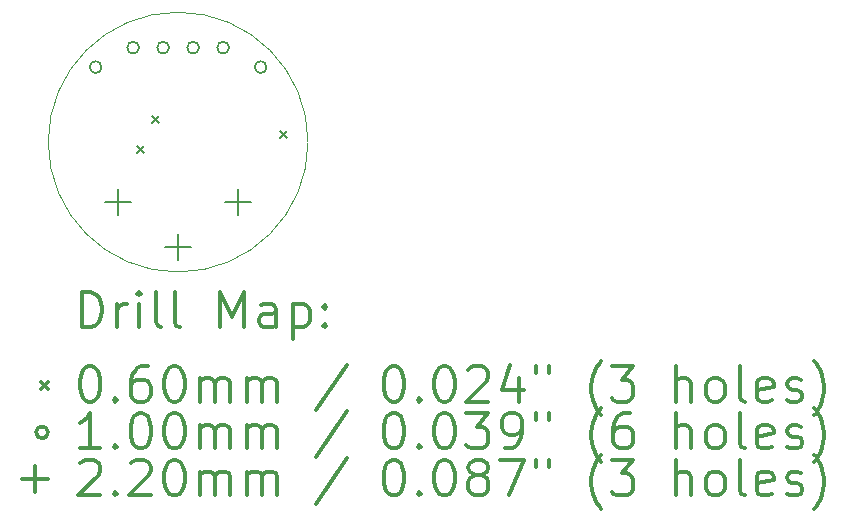
<source format=gbr>
%FSLAX45Y45*%
G04 Gerber Fmt 4.5, Leading zero omitted, Abs format (unit mm)*
G04 Created by KiCad (PCBNEW (5.1.5)-3) date 2020-03-15 09:50:17*
%MOMM*%
%LPD*%
G04 APERTURE LIST*
%TA.AperFunction,Profile*%
%ADD10C,0.050000*%
%TD*%
%ADD11C,0.200000*%
%ADD12C,0.300000*%
G04 APERTURE END LIST*
D10*
X16340000Y-10287000D02*
G75*
G03X16340000Y-10287000I-1100000J0D01*
G01*
D11*
X14892500Y-10320500D02*
X14952500Y-10380500D01*
X14952500Y-10320500D02*
X14892500Y-10380500D01*
X15019500Y-10062500D02*
X15079500Y-10122500D01*
X15079500Y-10062500D02*
X15019500Y-10122500D01*
X16099000Y-10193500D02*
X16159000Y-10253500D01*
X16159000Y-10193500D02*
X16099000Y-10253500D01*
X14591500Y-9652000D02*
G75*
G03X14591500Y-9652000I-50000J0D01*
G01*
X14909000Y-9487000D02*
G75*
G03X14909000Y-9487000I-50000J0D01*
G01*
X15163000Y-9487000D02*
G75*
G03X15163000Y-9487000I-50000J0D01*
G01*
X15417000Y-9487000D02*
G75*
G03X15417000Y-9487000I-50000J0D01*
G01*
X15671000Y-9487000D02*
G75*
G03X15671000Y-9487000I-50000J0D01*
G01*
X15988500Y-9652000D02*
G75*
G03X15988500Y-9652000I-50000J0D01*
G01*
X14732000Y-10685000D02*
X14732000Y-10905000D01*
X14622000Y-10795000D02*
X14842000Y-10795000D01*
X15748000Y-10685000D02*
X15748000Y-10905000D01*
X15638000Y-10795000D02*
X15858000Y-10795000D01*
X15240000Y-11066000D02*
X15240000Y-11286000D01*
X15130000Y-11176000D02*
X15350000Y-11176000D01*
D12*
X14423928Y-11855214D02*
X14423928Y-11555214D01*
X14495357Y-11555214D01*
X14538214Y-11569500D01*
X14566786Y-11598071D01*
X14581071Y-11626643D01*
X14595357Y-11683786D01*
X14595357Y-11726643D01*
X14581071Y-11783786D01*
X14566786Y-11812357D01*
X14538214Y-11840929D01*
X14495357Y-11855214D01*
X14423928Y-11855214D01*
X14723928Y-11855214D02*
X14723928Y-11655214D01*
X14723928Y-11712357D02*
X14738214Y-11683786D01*
X14752500Y-11669500D01*
X14781071Y-11655214D01*
X14809643Y-11655214D01*
X14909643Y-11855214D02*
X14909643Y-11655214D01*
X14909643Y-11555214D02*
X14895357Y-11569500D01*
X14909643Y-11583786D01*
X14923928Y-11569500D01*
X14909643Y-11555214D01*
X14909643Y-11583786D01*
X15095357Y-11855214D02*
X15066786Y-11840929D01*
X15052500Y-11812357D01*
X15052500Y-11555214D01*
X15252500Y-11855214D02*
X15223928Y-11840929D01*
X15209643Y-11812357D01*
X15209643Y-11555214D01*
X15595357Y-11855214D02*
X15595357Y-11555214D01*
X15695357Y-11769500D01*
X15795357Y-11555214D01*
X15795357Y-11855214D01*
X16066786Y-11855214D02*
X16066786Y-11698071D01*
X16052500Y-11669500D01*
X16023928Y-11655214D01*
X15966786Y-11655214D01*
X15938214Y-11669500D01*
X16066786Y-11840929D02*
X16038214Y-11855214D01*
X15966786Y-11855214D01*
X15938214Y-11840929D01*
X15923928Y-11812357D01*
X15923928Y-11783786D01*
X15938214Y-11755214D01*
X15966786Y-11740929D01*
X16038214Y-11740929D01*
X16066786Y-11726643D01*
X16209643Y-11655214D02*
X16209643Y-11955214D01*
X16209643Y-11669500D02*
X16238214Y-11655214D01*
X16295357Y-11655214D01*
X16323928Y-11669500D01*
X16338214Y-11683786D01*
X16352500Y-11712357D01*
X16352500Y-11798071D01*
X16338214Y-11826643D01*
X16323928Y-11840929D01*
X16295357Y-11855214D01*
X16238214Y-11855214D01*
X16209643Y-11840929D01*
X16481071Y-11826643D02*
X16495357Y-11840929D01*
X16481071Y-11855214D01*
X16466786Y-11840929D01*
X16481071Y-11826643D01*
X16481071Y-11855214D01*
X16481071Y-11669500D02*
X16495357Y-11683786D01*
X16481071Y-11698071D01*
X16466786Y-11683786D01*
X16481071Y-11669500D01*
X16481071Y-11698071D01*
X14077500Y-12319500D02*
X14137500Y-12379500D01*
X14137500Y-12319500D02*
X14077500Y-12379500D01*
X14481071Y-12185214D02*
X14509643Y-12185214D01*
X14538214Y-12199500D01*
X14552500Y-12213786D01*
X14566786Y-12242357D01*
X14581071Y-12299500D01*
X14581071Y-12370929D01*
X14566786Y-12428071D01*
X14552500Y-12456643D01*
X14538214Y-12470929D01*
X14509643Y-12485214D01*
X14481071Y-12485214D01*
X14452500Y-12470929D01*
X14438214Y-12456643D01*
X14423928Y-12428071D01*
X14409643Y-12370929D01*
X14409643Y-12299500D01*
X14423928Y-12242357D01*
X14438214Y-12213786D01*
X14452500Y-12199500D01*
X14481071Y-12185214D01*
X14709643Y-12456643D02*
X14723928Y-12470929D01*
X14709643Y-12485214D01*
X14695357Y-12470929D01*
X14709643Y-12456643D01*
X14709643Y-12485214D01*
X14981071Y-12185214D02*
X14923928Y-12185214D01*
X14895357Y-12199500D01*
X14881071Y-12213786D01*
X14852500Y-12256643D01*
X14838214Y-12313786D01*
X14838214Y-12428071D01*
X14852500Y-12456643D01*
X14866786Y-12470929D01*
X14895357Y-12485214D01*
X14952500Y-12485214D01*
X14981071Y-12470929D01*
X14995357Y-12456643D01*
X15009643Y-12428071D01*
X15009643Y-12356643D01*
X14995357Y-12328071D01*
X14981071Y-12313786D01*
X14952500Y-12299500D01*
X14895357Y-12299500D01*
X14866786Y-12313786D01*
X14852500Y-12328071D01*
X14838214Y-12356643D01*
X15195357Y-12185214D02*
X15223928Y-12185214D01*
X15252500Y-12199500D01*
X15266786Y-12213786D01*
X15281071Y-12242357D01*
X15295357Y-12299500D01*
X15295357Y-12370929D01*
X15281071Y-12428071D01*
X15266786Y-12456643D01*
X15252500Y-12470929D01*
X15223928Y-12485214D01*
X15195357Y-12485214D01*
X15166786Y-12470929D01*
X15152500Y-12456643D01*
X15138214Y-12428071D01*
X15123928Y-12370929D01*
X15123928Y-12299500D01*
X15138214Y-12242357D01*
X15152500Y-12213786D01*
X15166786Y-12199500D01*
X15195357Y-12185214D01*
X15423928Y-12485214D02*
X15423928Y-12285214D01*
X15423928Y-12313786D02*
X15438214Y-12299500D01*
X15466786Y-12285214D01*
X15509643Y-12285214D01*
X15538214Y-12299500D01*
X15552500Y-12328071D01*
X15552500Y-12485214D01*
X15552500Y-12328071D02*
X15566786Y-12299500D01*
X15595357Y-12285214D01*
X15638214Y-12285214D01*
X15666786Y-12299500D01*
X15681071Y-12328071D01*
X15681071Y-12485214D01*
X15823928Y-12485214D02*
X15823928Y-12285214D01*
X15823928Y-12313786D02*
X15838214Y-12299500D01*
X15866786Y-12285214D01*
X15909643Y-12285214D01*
X15938214Y-12299500D01*
X15952500Y-12328071D01*
X15952500Y-12485214D01*
X15952500Y-12328071D02*
X15966786Y-12299500D01*
X15995357Y-12285214D01*
X16038214Y-12285214D01*
X16066786Y-12299500D01*
X16081071Y-12328071D01*
X16081071Y-12485214D01*
X16666786Y-12170929D02*
X16409643Y-12556643D01*
X17052500Y-12185214D02*
X17081071Y-12185214D01*
X17109643Y-12199500D01*
X17123928Y-12213786D01*
X17138214Y-12242357D01*
X17152500Y-12299500D01*
X17152500Y-12370929D01*
X17138214Y-12428071D01*
X17123928Y-12456643D01*
X17109643Y-12470929D01*
X17081071Y-12485214D01*
X17052500Y-12485214D01*
X17023928Y-12470929D01*
X17009643Y-12456643D01*
X16995357Y-12428071D01*
X16981071Y-12370929D01*
X16981071Y-12299500D01*
X16995357Y-12242357D01*
X17009643Y-12213786D01*
X17023928Y-12199500D01*
X17052500Y-12185214D01*
X17281071Y-12456643D02*
X17295357Y-12470929D01*
X17281071Y-12485214D01*
X17266786Y-12470929D01*
X17281071Y-12456643D01*
X17281071Y-12485214D01*
X17481071Y-12185214D02*
X17509643Y-12185214D01*
X17538214Y-12199500D01*
X17552500Y-12213786D01*
X17566786Y-12242357D01*
X17581071Y-12299500D01*
X17581071Y-12370929D01*
X17566786Y-12428071D01*
X17552500Y-12456643D01*
X17538214Y-12470929D01*
X17509643Y-12485214D01*
X17481071Y-12485214D01*
X17452500Y-12470929D01*
X17438214Y-12456643D01*
X17423928Y-12428071D01*
X17409643Y-12370929D01*
X17409643Y-12299500D01*
X17423928Y-12242357D01*
X17438214Y-12213786D01*
X17452500Y-12199500D01*
X17481071Y-12185214D01*
X17695357Y-12213786D02*
X17709643Y-12199500D01*
X17738214Y-12185214D01*
X17809643Y-12185214D01*
X17838214Y-12199500D01*
X17852500Y-12213786D01*
X17866786Y-12242357D01*
X17866786Y-12270929D01*
X17852500Y-12313786D01*
X17681071Y-12485214D01*
X17866786Y-12485214D01*
X18123928Y-12285214D02*
X18123928Y-12485214D01*
X18052500Y-12170929D02*
X17981071Y-12385214D01*
X18166786Y-12385214D01*
X18266786Y-12185214D02*
X18266786Y-12242357D01*
X18381071Y-12185214D02*
X18381071Y-12242357D01*
X18823928Y-12599500D02*
X18809643Y-12585214D01*
X18781071Y-12542357D01*
X18766786Y-12513786D01*
X18752500Y-12470929D01*
X18738214Y-12399500D01*
X18738214Y-12342357D01*
X18752500Y-12270929D01*
X18766786Y-12228071D01*
X18781071Y-12199500D01*
X18809643Y-12156643D01*
X18823928Y-12142357D01*
X18909643Y-12185214D02*
X19095357Y-12185214D01*
X18995357Y-12299500D01*
X19038214Y-12299500D01*
X19066786Y-12313786D01*
X19081071Y-12328071D01*
X19095357Y-12356643D01*
X19095357Y-12428071D01*
X19081071Y-12456643D01*
X19066786Y-12470929D01*
X19038214Y-12485214D01*
X18952500Y-12485214D01*
X18923928Y-12470929D01*
X18909643Y-12456643D01*
X19452500Y-12485214D02*
X19452500Y-12185214D01*
X19581071Y-12485214D02*
X19581071Y-12328071D01*
X19566786Y-12299500D01*
X19538214Y-12285214D01*
X19495357Y-12285214D01*
X19466786Y-12299500D01*
X19452500Y-12313786D01*
X19766786Y-12485214D02*
X19738214Y-12470929D01*
X19723928Y-12456643D01*
X19709643Y-12428071D01*
X19709643Y-12342357D01*
X19723928Y-12313786D01*
X19738214Y-12299500D01*
X19766786Y-12285214D01*
X19809643Y-12285214D01*
X19838214Y-12299500D01*
X19852500Y-12313786D01*
X19866786Y-12342357D01*
X19866786Y-12428071D01*
X19852500Y-12456643D01*
X19838214Y-12470929D01*
X19809643Y-12485214D01*
X19766786Y-12485214D01*
X20038214Y-12485214D02*
X20009643Y-12470929D01*
X19995357Y-12442357D01*
X19995357Y-12185214D01*
X20266786Y-12470929D02*
X20238214Y-12485214D01*
X20181071Y-12485214D01*
X20152500Y-12470929D01*
X20138214Y-12442357D01*
X20138214Y-12328071D01*
X20152500Y-12299500D01*
X20181071Y-12285214D01*
X20238214Y-12285214D01*
X20266786Y-12299500D01*
X20281071Y-12328071D01*
X20281071Y-12356643D01*
X20138214Y-12385214D01*
X20395357Y-12470929D02*
X20423928Y-12485214D01*
X20481071Y-12485214D01*
X20509643Y-12470929D01*
X20523928Y-12442357D01*
X20523928Y-12428071D01*
X20509643Y-12399500D01*
X20481071Y-12385214D01*
X20438214Y-12385214D01*
X20409643Y-12370929D01*
X20395357Y-12342357D01*
X20395357Y-12328071D01*
X20409643Y-12299500D01*
X20438214Y-12285214D01*
X20481071Y-12285214D01*
X20509643Y-12299500D01*
X20623928Y-12599500D02*
X20638214Y-12585214D01*
X20666786Y-12542357D01*
X20681071Y-12513786D01*
X20695357Y-12470929D01*
X20709643Y-12399500D01*
X20709643Y-12342357D01*
X20695357Y-12270929D01*
X20681071Y-12228071D01*
X20666786Y-12199500D01*
X20638214Y-12156643D01*
X20623928Y-12142357D01*
X14137500Y-12745500D02*
G75*
G03X14137500Y-12745500I-50000J0D01*
G01*
X14581071Y-12881214D02*
X14409643Y-12881214D01*
X14495357Y-12881214D02*
X14495357Y-12581214D01*
X14466786Y-12624071D01*
X14438214Y-12652643D01*
X14409643Y-12666929D01*
X14709643Y-12852643D02*
X14723928Y-12866929D01*
X14709643Y-12881214D01*
X14695357Y-12866929D01*
X14709643Y-12852643D01*
X14709643Y-12881214D01*
X14909643Y-12581214D02*
X14938214Y-12581214D01*
X14966786Y-12595500D01*
X14981071Y-12609786D01*
X14995357Y-12638357D01*
X15009643Y-12695500D01*
X15009643Y-12766929D01*
X14995357Y-12824071D01*
X14981071Y-12852643D01*
X14966786Y-12866929D01*
X14938214Y-12881214D01*
X14909643Y-12881214D01*
X14881071Y-12866929D01*
X14866786Y-12852643D01*
X14852500Y-12824071D01*
X14838214Y-12766929D01*
X14838214Y-12695500D01*
X14852500Y-12638357D01*
X14866786Y-12609786D01*
X14881071Y-12595500D01*
X14909643Y-12581214D01*
X15195357Y-12581214D02*
X15223928Y-12581214D01*
X15252500Y-12595500D01*
X15266786Y-12609786D01*
X15281071Y-12638357D01*
X15295357Y-12695500D01*
X15295357Y-12766929D01*
X15281071Y-12824071D01*
X15266786Y-12852643D01*
X15252500Y-12866929D01*
X15223928Y-12881214D01*
X15195357Y-12881214D01*
X15166786Y-12866929D01*
X15152500Y-12852643D01*
X15138214Y-12824071D01*
X15123928Y-12766929D01*
X15123928Y-12695500D01*
X15138214Y-12638357D01*
X15152500Y-12609786D01*
X15166786Y-12595500D01*
X15195357Y-12581214D01*
X15423928Y-12881214D02*
X15423928Y-12681214D01*
X15423928Y-12709786D02*
X15438214Y-12695500D01*
X15466786Y-12681214D01*
X15509643Y-12681214D01*
X15538214Y-12695500D01*
X15552500Y-12724071D01*
X15552500Y-12881214D01*
X15552500Y-12724071D02*
X15566786Y-12695500D01*
X15595357Y-12681214D01*
X15638214Y-12681214D01*
X15666786Y-12695500D01*
X15681071Y-12724071D01*
X15681071Y-12881214D01*
X15823928Y-12881214D02*
X15823928Y-12681214D01*
X15823928Y-12709786D02*
X15838214Y-12695500D01*
X15866786Y-12681214D01*
X15909643Y-12681214D01*
X15938214Y-12695500D01*
X15952500Y-12724071D01*
X15952500Y-12881214D01*
X15952500Y-12724071D02*
X15966786Y-12695500D01*
X15995357Y-12681214D01*
X16038214Y-12681214D01*
X16066786Y-12695500D01*
X16081071Y-12724071D01*
X16081071Y-12881214D01*
X16666786Y-12566929D02*
X16409643Y-12952643D01*
X17052500Y-12581214D02*
X17081071Y-12581214D01*
X17109643Y-12595500D01*
X17123928Y-12609786D01*
X17138214Y-12638357D01*
X17152500Y-12695500D01*
X17152500Y-12766929D01*
X17138214Y-12824071D01*
X17123928Y-12852643D01*
X17109643Y-12866929D01*
X17081071Y-12881214D01*
X17052500Y-12881214D01*
X17023928Y-12866929D01*
X17009643Y-12852643D01*
X16995357Y-12824071D01*
X16981071Y-12766929D01*
X16981071Y-12695500D01*
X16995357Y-12638357D01*
X17009643Y-12609786D01*
X17023928Y-12595500D01*
X17052500Y-12581214D01*
X17281071Y-12852643D02*
X17295357Y-12866929D01*
X17281071Y-12881214D01*
X17266786Y-12866929D01*
X17281071Y-12852643D01*
X17281071Y-12881214D01*
X17481071Y-12581214D02*
X17509643Y-12581214D01*
X17538214Y-12595500D01*
X17552500Y-12609786D01*
X17566786Y-12638357D01*
X17581071Y-12695500D01*
X17581071Y-12766929D01*
X17566786Y-12824071D01*
X17552500Y-12852643D01*
X17538214Y-12866929D01*
X17509643Y-12881214D01*
X17481071Y-12881214D01*
X17452500Y-12866929D01*
X17438214Y-12852643D01*
X17423928Y-12824071D01*
X17409643Y-12766929D01*
X17409643Y-12695500D01*
X17423928Y-12638357D01*
X17438214Y-12609786D01*
X17452500Y-12595500D01*
X17481071Y-12581214D01*
X17681071Y-12581214D02*
X17866786Y-12581214D01*
X17766786Y-12695500D01*
X17809643Y-12695500D01*
X17838214Y-12709786D01*
X17852500Y-12724071D01*
X17866786Y-12752643D01*
X17866786Y-12824071D01*
X17852500Y-12852643D01*
X17838214Y-12866929D01*
X17809643Y-12881214D01*
X17723928Y-12881214D01*
X17695357Y-12866929D01*
X17681071Y-12852643D01*
X18009643Y-12881214D02*
X18066786Y-12881214D01*
X18095357Y-12866929D01*
X18109643Y-12852643D01*
X18138214Y-12809786D01*
X18152500Y-12752643D01*
X18152500Y-12638357D01*
X18138214Y-12609786D01*
X18123928Y-12595500D01*
X18095357Y-12581214D01*
X18038214Y-12581214D01*
X18009643Y-12595500D01*
X17995357Y-12609786D01*
X17981071Y-12638357D01*
X17981071Y-12709786D01*
X17995357Y-12738357D01*
X18009643Y-12752643D01*
X18038214Y-12766929D01*
X18095357Y-12766929D01*
X18123928Y-12752643D01*
X18138214Y-12738357D01*
X18152500Y-12709786D01*
X18266786Y-12581214D02*
X18266786Y-12638357D01*
X18381071Y-12581214D02*
X18381071Y-12638357D01*
X18823928Y-12995500D02*
X18809643Y-12981214D01*
X18781071Y-12938357D01*
X18766786Y-12909786D01*
X18752500Y-12866929D01*
X18738214Y-12795500D01*
X18738214Y-12738357D01*
X18752500Y-12666929D01*
X18766786Y-12624071D01*
X18781071Y-12595500D01*
X18809643Y-12552643D01*
X18823928Y-12538357D01*
X19066786Y-12581214D02*
X19009643Y-12581214D01*
X18981071Y-12595500D01*
X18966786Y-12609786D01*
X18938214Y-12652643D01*
X18923928Y-12709786D01*
X18923928Y-12824071D01*
X18938214Y-12852643D01*
X18952500Y-12866929D01*
X18981071Y-12881214D01*
X19038214Y-12881214D01*
X19066786Y-12866929D01*
X19081071Y-12852643D01*
X19095357Y-12824071D01*
X19095357Y-12752643D01*
X19081071Y-12724071D01*
X19066786Y-12709786D01*
X19038214Y-12695500D01*
X18981071Y-12695500D01*
X18952500Y-12709786D01*
X18938214Y-12724071D01*
X18923928Y-12752643D01*
X19452500Y-12881214D02*
X19452500Y-12581214D01*
X19581071Y-12881214D02*
X19581071Y-12724071D01*
X19566786Y-12695500D01*
X19538214Y-12681214D01*
X19495357Y-12681214D01*
X19466786Y-12695500D01*
X19452500Y-12709786D01*
X19766786Y-12881214D02*
X19738214Y-12866929D01*
X19723928Y-12852643D01*
X19709643Y-12824071D01*
X19709643Y-12738357D01*
X19723928Y-12709786D01*
X19738214Y-12695500D01*
X19766786Y-12681214D01*
X19809643Y-12681214D01*
X19838214Y-12695500D01*
X19852500Y-12709786D01*
X19866786Y-12738357D01*
X19866786Y-12824071D01*
X19852500Y-12852643D01*
X19838214Y-12866929D01*
X19809643Y-12881214D01*
X19766786Y-12881214D01*
X20038214Y-12881214D02*
X20009643Y-12866929D01*
X19995357Y-12838357D01*
X19995357Y-12581214D01*
X20266786Y-12866929D02*
X20238214Y-12881214D01*
X20181071Y-12881214D01*
X20152500Y-12866929D01*
X20138214Y-12838357D01*
X20138214Y-12724071D01*
X20152500Y-12695500D01*
X20181071Y-12681214D01*
X20238214Y-12681214D01*
X20266786Y-12695500D01*
X20281071Y-12724071D01*
X20281071Y-12752643D01*
X20138214Y-12781214D01*
X20395357Y-12866929D02*
X20423928Y-12881214D01*
X20481071Y-12881214D01*
X20509643Y-12866929D01*
X20523928Y-12838357D01*
X20523928Y-12824071D01*
X20509643Y-12795500D01*
X20481071Y-12781214D01*
X20438214Y-12781214D01*
X20409643Y-12766929D01*
X20395357Y-12738357D01*
X20395357Y-12724071D01*
X20409643Y-12695500D01*
X20438214Y-12681214D01*
X20481071Y-12681214D01*
X20509643Y-12695500D01*
X20623928Y-12995500D02*
X20638214Y-12981214D01*
X20666786Y-12938357D01*
X20681071Y-12909786D01*
X20695357Y-12866929D01*
X20709643Y-12795500D01*
X20709643Y-12738357D01*
X20695357Y-12666929D01*
X20681071Y-12624071D01*
X20666786Y-12595500D01*
X20638214Y-12552643D01*
X20623928Y-12538357D01*
X14027500Y-13031500D02*
X14027500Y-13251500D01*
X13917500Y-13141500D02*
X14137500Y-13141500D01*
X14409643Y-13005786D02*
X14423928Y-12991500D01*
X14452500Y-12977214D01*
X14523928Y-12977214D01*
X14552500Y-12991500D01*
X14566786Y-13005786D01*
X14581071Y-13034357D01*
X14581071Y-13062929D01*
X14566786Y-13105786D01*
X14395357Y-13277214D01*
X14581071Y-13277214D01*
X14709643Y-13248643D02*
X14723928Y-13262929D01*
X14709643Y-13277214D01*
X14695357Y-13262929D01*
X14709643Y-13248643D01*
X14709643Y-13277214D01*
X14838214Y-13005786D02*
X14852500Y-12991500D01*
X14881071Y-12977214D01*
X14952500Y-12977214D01*
X14981071Y-12991500D01*
X14995357Y-13005786D01*
X15009643Y-13034357D01*
X15009643Y-13062929D01*
X14995357Y-13105786D01*
X14823928Y-13277214D01*
X15009643Y-13277214D01*
X15195357Y-12977214D02*
X15223928Y-12977214D01*
X15252500Y-12991500D01*
X15266786Y-13005786D01*
X15281071Y-13034357D01*
X15295357Y-13091500D01*
X15295357Y-13162929D01*
X15281071Y-13220071D01*
X15266786Y-13248643D01*
X15252500Y-13262929D01*
X15223928Y-13277214D01*
X15195357Y-13277214D01*
X15166786Y-13262929D01*
X15152500Y-13248643D01*
X15138214Y-13220071D01*
X15123928Y-13162929D01*
X15123928Y-13091500D01*
X15138214Y-13034357D01*
X15152500Y-13005786D01*
X15166786Y-12991500D01*
X15195357Y-12977214D01*
X15423928Y-13277214D02*
X15423928Y-13077214D01*
X15423928Y-13105786D02*
X15438214Y-13091500D01*
X15466786Y-13077214D01*
X15509643Y-13077214D01*
X15538214Y-13091500D01*
X15552500Y-13120071D01*
X15552500Y-13277214D01*
X15552500Y-13120071D02*
X15566786Y-13091500D01*
X15595357Y-13077214D01*
X15638214Y-13077214D01*
X15666786Y-13091500D01*
X15681071Y-13120071D01*
X15681071Y-13277214D01*
X15823928Y-13277214D02*
X15823928Y-13077214D01*
X15823928Y-13105786D02*
X15838214Y-13091500D01*
X15866786Y-13077214D01*
X15909643Y-13077214D01*
X15938214Y-13091500D01*
X15952500Y-13120071D01*
X15952500Y-13277214D01*
X15952500Y-13120071D02*
X15966786Y-13091500D01*
X15995357Y-13077214D01*
X16038214Y-13077214D01*
X16066786Y-13091500D01*
X16081071Y-13120071D01*
X16081071Y-13277214D01*
X16666786Y-12962929D02*
X16409643Y-13348643D01*
X17052500Y-12977214D02*
X17081071Y-12977214D01*
X17109643Y-12991500D01*
X17123928Y-13005786D01*
X17138214Y-13034357D01*
X17152500Y-13091500D01*
X17152500Y-13162929D01*
X17138214Y-13220071D01*
X17123928Y-13248643D01*
X17109643Y-13262929D01*
X17081071Y-13277214D01*
X17052500Y-13277214D01*
X17023928Y-13262929D01*
X17009643Y-13248643D01*
X16995357Y-13220071D01*
X16981071Y-13162929D01*
X16981071Y-13091500D01*
X16995357Y-13034357D01*
X17009643Y-13005786D01*
X17023928Y-12991500D01*
X17052500Y-12977214D01*
X17281071Y-13248643D02*
X17295357Y-13262929D01*
X17281071Y-13277214D01*
X17266786Y-13262929D01*
X17281071Y-13248643D01*
X17281071Y-13277214D01*
X17481071Y-12977214D02*
X17509643Y-12977214D01*
X17538214Y-12991500D01*
X17552500Y-13005786D01*
X17566786Y-13034357D01*
X17581071Y-13091500D01*
X17581071Y-13162929D01*
X17566786Y-13220071D01*
X17552500Y-13248643D01*
X17538214Y-13262929D01*
X17509643Y-13277214D01*
X17481071Y-13277214D01*
X17452500Y-13262929D01*
X17438214Y-13248643D01*
X17423928Y-13220071D01*
X17409643Y-13162929D01*
X17409643Y-13091500D01*
X17423928Y-13034357D01*
X17438214Y-13005786D01*
X17452500Y-12991500D01*
X17481071Y-12977214D01*
X17752500Y-13105786D02*
X17723928Y-13091500D01*
X17709643Y-13077214D01*
X17695357Y-13048643D01*
X17695357Y-13034357D01*
X17709643Y-13005786D01*
X17723928Y-12991500D01*
X17752500Y-12977214D01*
X17809643Y-12977214D01*
X17838214Y-12991500D01*
X17852500Y-13005786D01*
X17866786Y-13034357D01*
X17866786Y-13048643D01*
X17852500Y-13077214D01*
X17838214Y-13091500D01*
X17809643Y-13105786D01*
X17752500Y-13105786D01*
X17723928Y-13120071D01*
X17709643Y-13134357D01*
X17695357Y-13162929D01*
X17695357Y-13220071D01*
X17709643Y-13248643D01*
X17723928Y-13262929D01*
X17752500Y-13277214D01*
X17809643Y-13277214D01*
X17838214Y-13262929D01*
X17852500Y-13248643D01*
X17866786Y-13220071D01*
X17866786Y-13162929D01*
X17852500Y-13134357D01*
X17838214Y-13120071D01*
X17809643Y-13105786D01*
X17966786Y-12977214D02*
X18166786Y-12977214D01*
X18038214Y-13277214D01*
X18266786Y-12977214D02*
X18266786Y-13034357D01*
X18381071Y-12977214D02*
X18381071Y-13034357D01*
X18823928Y-13391500D02*
X18809643Y-13377214D01*
X18781071Y-13334357D01*
X18766786Y-13305786D01*
X18752500Y-13262929D01*
X18738214Y-13191500D01*
X18738214Y-13134357D01*
X18752500Y-13062929D01*
X18766786Y-13020071D01*
X18781071Y-12991500D01*
X18809643Y-12948643D01*
X18823928Y-12934357D01*
X18909643Y-12977214D02*
X19095357Y-12977214D01*
X18995357Y-13091500D01*
X19038214Y-13091500D01*
X19066786Y-13105786D01*
X19081071Y-13120071D01*
X19095357Y-13148643D01*
X19095357Y-13220071D01*
X19081071Y-13248643D01*
X19066786Y-13262929D01*
X19038214Y-13277214D01*
X18952500Y-13277214D01*
X18923928Y-13262929D01*
X18909643Y-13248643D01*
X19452500Y-13277214D02*
X19452500Y-12977214D01*
X19581071Y-13277214D02*
X19581071Y-13120071D01*
X19566786Y-13091500D01*
X19538214Y-13077214D01*
X19495357Y-13077214D01*
X19466786Y-13091500D01*
X19452500Y-13105786D01*
X19766786Y-13277214D02*
X19738214Y-13262929D01*
X19723928Y-13248643D01*
X19709643Y-13220071D01*
X19709643Y-13134357D01*
X19723928Y-13105786D01*
X19738214Y-13091500D01*
X19766786Y-13077214D01*
X19809643Y-13077214D01*
X19838214Y-13091500D01*
X19852500Y-13105786D01*
X19866786Y-13134357D01*
X19866786Y-13220071D01*
X19852500Y-13248643D01*
X19838214Y-13262929D01*
X19809643Y-13277214D01*
X19766786Y-13277214D01*
X20038214Y-13277214D02*
X20009643Y-13262929D01*
X19995357Y-13234357D01*
X19995357Y-12977214D01*
X20266786Y-13262929D02*
X20238214Y-13277214D01*
X20181071Y-13277214D01*
X20152500Y-13262929D01*
X20138214Y-13234357D01*
X20138214Y-13120071D01*
X20152500Y-13091500D01*
X20181071Y-13077214D01*
X20238214Y-13077214D01*
X20266786Y-13091500D01*
X20281071Y-13120071D01*
X20281071Y-13148643D01*
X20138214Y-13177214D01*
X20395357Y-13262929D02*
X20423928Y-13277214D01*
X20481071Y-13277214D01*
X20509643Y-13262929D01*
X20523928Y-13234357D01*
X20523928Y-13220071D01*
X20509643Y-13191500D01*
X20481071Y-13177214D01*
X20438214Y-13177214D01*
X20409643Y-13162929D01*
X20395357Y-13134357D01*
X20395357Y-13120071D01*
X20409643Y-13091500D01*
X20438214Y-13077214D01*
X20481071Y-13077214D01*
X20509643Y-13091500D01*
X20623928Y-13391500D02*
X20638214Y-13377214D01*
X20666786Y-13334357D01*
X20681071Y-13305786D01*
X20695357Y-13262929D01*
X20709643Y-13191500D01*
X20709643Y-13134357D01*
X20695357Y-13062929D01*
X20681071Y-13020071D01*
X20666786Y-12991500D01*
X20638214Y-12948643D01*
X20623928Y-12934357D01*
M02*

</source>
